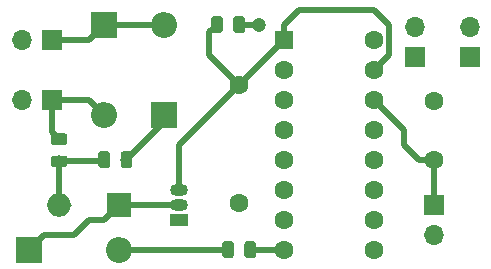
<source format=gbr>
G04 #@! TF.GenerationSoftware,KiCad,Pcbnew,6.0.0-rc1-unknown-7c960aa~66~ubuntu18.04.1*
G04 #@! TF.CreationDate,2018-10-18T20:47:30-04:00*
G04 #@! TF.ProjectId,Tach Circuit,5461636820436972637569742E6B6963,rev?*
G04 #@! TF.SameCoordinates,Original*
G04 #@! TF.FileFunction,Copper,L1,Top,Signal*
G04 #@! TF.FilePolarity,Positive*
%FSLAX46Y46*%
G04 Gerber Fmt 4.6, Leading zero omitted, Abs format (unit mm)*
G04 Created by KiCad (PCBNEW 6.0.0-rc1-unknown-7c960aa~66~ubuntu18.04.1) date Thu 18 Oct 2018 08:47:30 PM EDT*
%MOMM*%
%LPD*%
G01*
G04 APERTURE LIST*
G04 #@! TA.AperFunction,ComponentPad*
%ADD10O,2.200000X2.200000*%
G04 #@! TD*
G04 #@! TA.AperFunction,ComponentPad*
%ADD11R,2.200000X2.200000*%
G04 #@! TD*
G04 #@! TA.AperFunction,ComponentPad*
%ADD12O,2.000000X2.000000*%
G04 #@! TD*
G04 #@! TA.AperFunction,ComponentPad*
%ADD13R,2.000000X2.000000*%
G04 #@! TD*
G04 #@! TA.AperFunction,ComponentPad*
%ADD14O,1.700000X1.700000*%
G04 #@! TD*
G04 #@! TA.AperFunction,ComponentPad*
%ADD15R,1.700000X1.700000*%
G04 #@! TD*
G04 #@! TA.AperFunction,Conductor*
%ADD16C,0.100000*%
G04 #@! TD*
G04 #@! TA.AperFunction,SMDPad,CuDef*
%ADD17C,0.975000*%
G04 #@! TD*
G04 #@! TA.AperFunction,ComponentPad*
%ADD18R,1.500000X1.050000*%
G04 #@! TD*
G04 #@! TA.AperFunction,ComponentPad*
%ADD19O,1.500000X1.050000*%
G04 #@! TD*
G04 #@! TA.AperFunction,ComponentPad*
%ADD20C,1.600000*%
G04 #@! TD*
G04 #@! TA.AperFunction,ComponentPad*
%ADD21R,1.600000X1.600000*%
G04 #@! TD*
G04 #@! TA.AperFunction,ViaPad*
%ADD22C,1.200000*%
G04 #@! TD*
G04 #@! TA.AperFunction,Conductor*
%ADD23C,0.500000*%
G04 #@! TD*
G04 #@! TA.AperFunction,Conductor*
%ADD24C,0.250000*%
G04 #@! TD*
G04 APERTURE END LIST*
D10*
G04 #@! TO.P,D3,2*
G04 #@! TO.N,Net-(D3-Pad2)*
X134620000Y85090000D03*
D11*
G04 #@! TO.P,D3,1*
G04 #@! TO.N,Net-(D2-Pad1)*
X127000000Y85090000D03*
G04 #@! TD*
D12*
G04 #@! TO.P,D2,2*
G04 #@! TO.N,Net-(D2-Pad2)*
X129540000Y88900000D03*
D13*
G04 #@! TO.P,D2,1*
G04 #@! TO.N,Net-(D2-Pad1)*
X134620000Y88900000D03*
G04 #@! TD*
D10*
G04 #@! TO.P,D1,2*
G04 #@! TO.N,Net-(D0-Pad1)*
X138430000Y104140000D03*
D11*
G04 #@! TO.P,D1,1*
G04 #@! TO.N,Net-(D1-Pad1)*
X138430000Y96520000D03*
G04 #@! TD*
D10*
G04 #@! TO.P,D0,2*
G04 #@! TO.N,Net-(D0-Pad2)*
X133350000Y96520000D03*
D11*
G04 #@! TO.P,D0,1*
G04 #@! TO.N,Net-(D0-Pad1)*
X133350000Y104140000D03*
G04 #@! TD*
D14*
G04 #@! TO.P,VCC1,2*
G04 #@! TO.N,N/C*
X159636385Y103973263D03*
D15*
G04 #@! TO.P,VCC1,1*
G04 #@! TO.N,+5V*
X159636385Y101433263D03*
G04 #@! TD*
D14*
G04 #@! TO.P,GND1,2*
G04 #@! TO.N,N/C*
X164286385Y103973263D03*
D15*
G04 #@! TO.P,GND1,1*
G04 #@! TO.N,GND*
X164286385Y101433263D03*
G04 #@! TD*
D16*
G04 #@! TO.N,Net-(C1-Pad1)*
G04 #@! TO.C,R2*
G36*
X143172642Y104838826D02*
X143196303Y104835316D01*
X143219507Y104829504D01*
X143242029Y104821446D01*
X143263653Y104811218D01*
X143284170Y104798921D01*
X143303383Y104784671D01*
X143321107Y104768607D01*
X143337171Y104750883D01*
X143351421Y104731670D01*
X143363718Y104711153D01*
X143373946Y104689529D01*
X143382004Y104667007D01*
X143387816Y104643803D01*
X143391326Y104620142D01*
X143392500Y104596250D01*
X143392500Y103683750D01*
X143391326Y103659858D01*
X143387816Y103636197D01*
X143382004Y103612993D01*
X143373946Y103590471D01*
X143363718Y103568847D01*
X143351421Y103548330D01*
X143337171Y103529117D01*
X143321107Y103511393D01*
X143303383Y103495329D01*
X143284170Y103481079D01*
X143263653Y103468782D01*
X143242029Y103458554D01*
X143219507Y103450496D01*
X143196303Y103444684D01*
X143172642Y103441174D01*
X143148750Y103440000D01*
X142661250Y103440000D01*
X142637358Y103441174D01*
X142613697Y103444684D01*
X142590493Y103450496D01*
X142567971Y103458554D01*
X142546347Y103468782D01*
X142525830Y103481079D01*
X142506617Y103495329D01*
X142488893Y103511393D01*
X142472829Y103529117D01*
X142458579Y103548330D01*
X142446282Y103568847D01*
X142436054Y103590471D01*
X142427996Y103612993D01*
X142422184Y103636197D01*
X142418674Y103659858D01*
X142417500Y103683750D01*
X142417500Y104596250D01*
X142418674Y104620142D01*
X142422184Y104643803D01*
X142427996Y104667007D01*
X142436054Y104689529D01*
X142446282Y104711153D01*
X142458579Y104731670D01*
X142472829Y104750883D01*
X142488893Y104768607D01*
X142506617Y104784671D01*
X142525830Y104798921D01*
X142546347Y104811218D01*
X142567971Y104821446D01*
X142590493Y104829504D01*
X142613697Y104835316D01*
X142637358Y104838826D01*
X142661250Y104840000D01*
X143148750Y104840000D01*
X143172642Y104838826D01*
X143172642Y104838826D01*
G37*
D17*
G04 #@! TD*
G04 #@! TO.P,R2,2*
G04 #@! TO.N,Net-(C1-Pad1)*
X142905000Y104140000D03*
D16*
G04 #@! TO.N,+5V*
G04 #@! TO.C,R2*
G36*
X145047642Y104838826D02*
X145071303Y104835316D01*
X145094507Y104829504D01*
X145117029Y104821446D01*
X145138653Y104811218D01*
X145159170Y104798921D01*
X145178383Y104784671D01*
X145196107Y104768607D01*
X145212171Y104750883D01*
X145226421Y104731670D01*
X145238718Y104711153D01*
X145248946Y104689529D01*
X145257004Y104667007D01*
X145262816Y104643803D01*
X145266326Y104620142D01*
X145267500Y104596250D01*
X145267500Y103683750D01*
X145266326Y103659858D01*
X145262816Y103636197D01*
X145257004Y103612993D01*
X145248946Y103590471D01*
X145238718Y103568847D01*
X145226421Y103548330D01*
X145212171Y103529117D01*
X145196107Y103511393D01*
X145178383Y103495329D01*
X145159170Y103481079D01*
X145138653Y103468782D01*
X145117029Y103458554D01*
X145094507Y103450496D01*
X145071303Y103444684D01*
X145047642Y103441174D01*
X145023750Y103440000D01*
X144536250Y103440000D01*
X144512358Y103441174D01*
X144488697Y103444684D01*
X144465493Y103450496D01*
X144442971Y103458554D01*
X144421347Y103468782D01*
X144400830Y103481079D01*
X144381617Y103495329D01*
X144363893Y103511393D01*
X144347829Y103529117D01*
X144333579Y103548330D01*
X144321282Y103568847D01*
X144311054Y103590471D01*
X144302996Y103612993D01*
X144297184Y103636197D01*
X144293674Y103659858D01*
X144292500Y103683750D01*
X144292500Y104596250D01*
X144293674Y104620142D01*
X144297184Y104643803D01*
X144302996Y104667007D01*
X144311054Y104689529D01*
X144321282Y104711153D01*
X144333579Y104731670D01*
X144347829Y104750883D01*
X144363893Y104768607D01*
X144381617Y104784671D01*
X144400830Y104798921D01*
X144421347Y104811218D01*
X144442971Y104821446D01*
X144465493Y104829504D01*
X144488697Y104835316D01*
X144512358Y104838826D01*
X144536250Y104840000D01*
X145023750Y104840000D01*
X145047642Y104838826D01*
X145047642Y104838826D01*
G37*
D17*
G04 #@! TD*
G04 #@! TO.P,R2,1*
G04 #@! TO.N,+5V*
X144780000Y104140000D03*
D16*
G04 #@! TO.N,Net-(D1-Pad1)*
G04 #@! TO.C,R1*
G36*
X135492642Y93408826D02*
X135516303Y93405316D01*
X135539507Y93399504D01*
X135562029Y93391446D01*
X135583653Y93381218D01*
X135604170Y93368921D01*
X135623383Y93354671D01*
X135641107Y93338607D01*
X135657171Y93320883D01*
X135671421Y93301670D01*
X135683718Y93281153D01*
X135693946Y93259529D01*
X135702004Y93237007D01*
X135707816Y93213803D01*
X135711326Y93190142D01*
X135712500Y93166250D01*
X135712500Y92253750D01*
X135711326Y92229858D01*
X135707816Y92206197D01*
X135702004Y92182993D01*
X135693946Y92160471D01*
X135683718Y92138847D01*
X135671421Y92118330D01*
X135657171Y92099117D01*
X135641107Y92081393D01*
X135623383Y92065329D01*
X135604170Y92051079D01*
X135583653Y92038782D01*
X135562029Y92028554D01*
X135539507Y92020496D01*
X135516303Y92014684D01*
X135492642Y92011174D01*
X135468750Y92010000D01*
X134981250Y92010000D01*
X134957358Y92011174D01*
X134933697Y92014684D01*
X134910493Y92020496D01*
X134887971Y92028554D01*
X134866347Y92038782D01*
X134845830Y92051079D01*
X134826617Y92065329D01*
X134808893Y92081393D01*
X134792829Y92099117D01*
X134778579Y92118330D01*
X134766282Y92138847D01*
X134756054Y92160471D01*
X134747996Y92182993D01*
X134742184Y92206197D01*
X134738674Y92229858D01*
X134737500Y92253750D01*
X134737500Y93166250D01*
X134738674Y93190142D01*
X134742184Y93213803D01*
X134747996Y93237007D01*
X134756054Y93259529D01*
X134766282Y93281153D01*
X134778579Y93301670D01*
X134792829Y93320883D01*
X134808893Y93338607D01*
X134826617Y93354671D01*
X134845830Y93368921D01*
X134866347Y93381218D01*
X134887971Y93391446D01*
X134910493Y93399504D01*
X134933697Y93405316D01*
X134957358Y93408826D01*
X134981250Y93410000D01*
X135468750Y93410000D01*
X135492642Y93408826D01*
X135492642Y93408826D01*
G37*
D17*
G04 #@! TD*
G04 #@! TO.P,R1,2*
G04 #@! TO.N,Net-(D1-Pad1)*
X135225000Y92710000D03*
D16*
G04 #@! TO.N,Net-(D2-Pad2)*
G04 #@! TO.C,R1*
G36*
X133617642Y93408826D02*
X133641303Y93405316D01*
X133664507Y93399504D01*
X133687029Y93391446D01*
X133708653Y93381218D01*
X133729170Y93368921D01*
X133748383Y93354671D01*
X133766107Y93338607D01*
X133782171Y93320883D01*
X133796421Y93301670D01*
X133808718Y93281153D01*
X133818946Y93259529D01*
X133827004Y93237007D01*
X133832816Y93213803D01*
X133836326Y93190142D01*
X133837500Y93166250D01*
X133837500Y92253750D01*
X133836326Y92229858D01*
X133832816Y92206197D01*
X133827004Y92182993D01*
X133818946Y92160471D01*
X133808718Y92138847D01*
X133796421Y92118330D01*
X133782171Y92099117D01*
X133766107Y92081393D01*
X133748383Y92065329D01*
X133729170Y92051079D01*
X133708653Y92038782D01*
X133687029Y92028554D01*
X133664507Y92020496D01*
X133641303Y92014684D01*
X133617642Y92011174D01*
X133593750Y92010000D01*
X133106250Y92010000D01*
X133082358Y92011174D01*
X133058697Y92014684D01*
X133035493Y92020496D01*
X133012971Y92028554D01*
X132991347Y92038782D01*
X132970830Y92051079D01*
X132951617Y92065329D01*
X132933893Y92081393D01*
X132917829Y92099117D01*
X132903579Y92118330D01*
X132891282Y92138847D01*
X132881054Y92160471D01*
X132872996Y92182993D01*
X132867184Y92206197D01*
X132863674Y92229858D01*
X132862500Y92253750D01*
X132862500Y93166250D01*
X132863674Y93190142D01*
X132867184Y93213803D01*
X132872996Y93237007D01*
X132881054Y93259529D01*
X132891282Y93281153D01*
X132903579Y93301670D01*
X132917829Y93320883D01*
X132933893Y93338607D01*
X132951617Y93354671D01*
X132970830Y93368921D01*
X132991347Y93381218D01*
X133012971Y93391446D01*
X133035493Y93399504D01*
X133058697Y93405316D01*
X133082358Y93408826D01*
X133106250Y93410000D01*
X133593750Y93410000D01*
X133617642Y93408826D01*
X133617642Y93408826D01*
G37*
D17*
G04 #@! TD*
G04 #@! TO.P,R1,1*
G04 #@! TO.N,Net-(D2-Pad2)*
X133350000Y92710000D03*
D16*
G04 #@! TO.N,Net-(D2-Pad2)*
G04 #@! TO.C,R0*
G36*
X130020142Y93048826D02*
X130043803Y93045316D01*
X130067007Y93039504D01*
X130089529Y93031446D01*
X130111153Y93021218D01*
X130131670Y93008921D01*
X130150883Y92994671D01*
X130168607Y92978607D01*
X130184671Y92960883D01*
X130198921Y92941670D01*
X130211218Y92921153D01*
X130221446Y92899529D01*
X130229504Y92877007D01*
X130235316Y92853803D01*
X130238826Y92830142D01*
X130240000Y92806250D01*
X130240000Y92318750D01*
X130238826Y92294858D01*
X130235316Y92271197D01*
X130229504Y92247993D01*
X130221446Y92225471D01*
X130211218Y92203847D01*
X130198921Y92183330D01*
X130184671Y92164117D01*
X130168607Y92146393D01*
X130150883Y92130329D01*
X130131670Y92116079D01*
X130111153Y92103782D01*
X130089529Y92093554D01*
X130067007Y92085496D01*
X130043803Y92079684D01*
X130020142Y92076174D01*
X129996250Y92075000D01*
X129083750Y92075000D01*
X129059858Y92076174D01*
X129036197Y92079684D01*
X129012993Y92085496D01*
X128990471Y92093554D01*
X128968847Y92103782D01*
X128948330Y92116079D01*
X128929117Y92130329D01*
X128911393Y92146393D01*
X128895329Y92164117D01*
X128881079Y92183330D01*
X128868782Y92203847D01*
X128858554Y92225471D01*
X128850496Y92247993D01*
X128844684Y92271197D01*
X128841174Y92294858D01*
X128840000Y92318750D01*
X128840000Y92806250D01*
X128841174Y92830142D01*
X128844684Y92853803D01*
X128850496Y92877007D01*
X128858554Y92899529D01*
X128868782Y92921153D01*
X128881079Y92941670D01*
X128895329Y92960883D01*
X128911393Y92978607D01*
X128929117Y92994671D01*
X128948330Y93008921D01*
X128968847Y93021218D01*
X128990471Y93031446D01*
X129012993Y93039504D01*
X129036197Y93045316D01*
X129059858Y93048826D01*
X129083750Y93050000D01*
X129996250Y93050000D01*
X130020142Y93048826D01*
X130020142Y93048826D01*
G37*
D17*
G04 #@! TD*
G04 #@! TO.P,R0,2*
G04 #@! TO.N,Net-(D2-Pad2)*
X129540000Y92562500D03*
D16*
G04 #@! TO.N,Net-(D0-Pad2)*
G04 #@! TO.C,R0*
G36*
X130020142Y94923826D02*
X130043803Y94920316D01*
X130067007Y94914504D01*
X130089529Y94906446D01*
X130111153Y94896218D01*
X130131670Y94883921D01*
X130150883Y94869671D01*
X130168607Y94853607D01*
X130184671Y94835883D01*
X130198921Y94816670D01*
X130211218Y94796153D01*
X130221446Y94774529D01*
X130229504Y94752007D01*
X130235316Y94728803D01*
X130238826Y94705142D01*
X130240000Y94681250D01*
X130240000Y94193750D01*
X130238826Y94169858D01*
X130235316Y94146197D01*
X130229504Y94122993D01*
X130221446Y94100471D01*
X130211218Y94078847D01*
X130198921Y94058330D01*
X130184671Y94039117D01*
X130168607Y94021393D01*
X130150883Y94005329D01*
X130131670Y93991079D01*
X130111153Y93978782D01*
X130089529Y93968554D01*
X130067007Y93960496D01*
X130043803Y93954684D01*
X130020142Y93951174D01*
X129996250Y93950000D01*
X129083750Y93950000D01*
X129059858Y93951174D01*
X129036197Y93954684D01*
X129012993Y93960496D01*
X128990471Y93968554D01*
X128968847Y93978782D01*
X128948330Y93991079D01*
X128929117Y94005329D01*
X128911393Y94021393D01*
X128895329Y94039117D01*
X128881079Y94058330D01*
X128868782Y94078847D01*
X128858554Y94100471D01*
X128850496Y94122993D01*
X128844684Y94146197D01*
X128841174Y94169858D01*
X128840000Y94193750D01*
X128840000Y94681250D01*
X128841174Y94705142D01*
X128844684Y94728803D01*
X128850496Y94752007D01*
X128858554Y94774529D01*
X128868782Y94796153D01*
X128881079Y94816670D01*
X128895329Y94835883D01*
X128911393Y94853607D01*
X128929117Y94869671D01*
X128948330Y94883921D01*
X128968847Y94896218D01*
X128990471Y94906446D01*
X129012993Y94914504D01*
X129036197Y94920316D01*
X129059858Y94923826D01*
X129083750Y94925000D01*
X129996250Y94925000D01*
X130020142Y94923826D01*
X130020142Y94923826D01*
G37*
D17*
G04 #@! TD*
G04 #@! TO.P,R0,1*
G04 #@! TO.N,Net-(D0-Pad2)*
X129540000Y94437500D03*
D18*
G04 #@! TO.P,Q1,1*
G04 #@! TO.N,GND*
X139700000Y87630000D03*
D19*
G04 #@! TO.P,Q1,3*
G04 #@! TO.N,Net-(C1-Pad1)*
X139700000Y90170000D03*
G04 #@! TO.P,Q1,2*
G04 #@! TO.N,Net-(D2-Pad1)*
X139700000Y88900000D03*
G04 #@! TD*
D14*
G04 #@! TO.P,Out1,2*
G04 #@! TO.N,N/C*
X161290000Y86360000D03*
D15*
G04 #@! TO.P,Out1,1*
G04 #@! TO.N,Net-(C2-Pad1)*
X161290000Y88900000D03*
G04 #@! TD*
D14*
G04 #@! TO.P,In2,2*
G04 #@! TO.N,N/C*
X126375061Y97790000D03*
D15*
G04 #@! TO.P,In2,1*
G04 #@! TO.N,Net-(D0-Pad2)*
X128915061Y97790000D03*
G04 #@! TD*
D14*
G04 #@! TO.P,In1,2*
G04 #@! TO.N,N/C*
X126375061Y102870000D03*
D15*
G04 #@! TO.P,In1,1*
G04 #@! TO.N,Net-(D0-Pad1)*
X128915061Y102870000D03*
G04 #@! TD*
D16*
G04 #@! TO.N,GND*
G04 #@! TO.C,DNP1*
G36*
X145985142Y85788826D02*
X146008803Y85785316D01*
X146032007Y85779504D01*
X146054529Y85771446D01*
X146076153Y85761218D01*
X146096670Y85748921D01*
X146115883Y85734671D01*
X146133607Y85718607D01*
X146149671Y85700883D01*
X146163921Y85681670D01*
X146176218Y85661153D01*
X146186446Y85639529D01*
X146194504Y85617007D01*
X146200316Y85593803D01*
X146203826Y85570142D01*
X146205000Y85546250D01*
X146205000Y84633750D01*
X146203826Y84609858D01*
X146200316Y84586197D01*
X146194504Y84562993D01*
X146186446Y84540471D01*
X146176218Y84518847D01*
X146163921Y84498330D01*
X146149671Y84479117D01*
X146133607Y84461393D01*
X146115883Y84445329D01*
X146096670Y84431079D01*
X146076153Y84418782D01*
X146054529Y84408554D01*
X146032007Y84400496D01*
X146008803Y84394684D01*
X145985142Y84391174D01*
X145961250Y84390000D01*
X145473750Y84390000D01*
X145449858Y84391174D01*
X145426197Y84394684D01*
X145402993Y84400496D01*
X145380471Y84408554D01*
X145358847Y84418782D01*
X145338330Y84431079D01*
X145319117Y84445329D01*
X145301393Y84461393D01*
X145285329Y84479117D01*
X145271079Y84498330D01*
X145258782Y84518847D01*
X145248554Y84540471D01*
X145240496Y84562993D01*
X145234684Y84586197D01*
X145231174Y84609858D01*
X145230000Y84633750D01*
X145230000Y85546250D01*
X145231174Y85570142D01*
X145234684Y85593803D01*
X145240496Y85617007D01*
X145248554Y85639529D01*
X145258782Y85661153D01*
X145271079Y85681670D01*
X145285329Y85700883D01*
X145301393Y85718607D01*
X145319117Y85734671D01*
X145338330Y85748921D01*
X145358847Y85761218D01*
X145380471Y85771446D01*
X145402993Y85779504D01*
X145426197Y85785316D01*
X145449858Y85788826D01*
X145473750Y85790000D01*
X145961250Y85790000D01*
X145985142Y85788826D01*
X145985142Y85788826D01*
G37*
D17*
G04 #@! TD*
G04 #@! TO.P,DNP1,2*
G04 #@! TO.N,GND*
X145717500Y85090000D03*
D16*
G04 #@! TO.N,Net-(D3-Pad2)*
G04 #@! TO.C,DNP1*
G36*
X144110142Y85788826D02*
X144133803Y85785316D01*
X144157007Y85779504D01*
X144179529Y85771446D01*
X144201153Y85761218D01*
X144221670Y85748921D01*
X144240883Y85734671D01*
X144258607Y85718607D01*
X144274671Y85700883D01*
X144288921Y85681670D01*
X144301218Y85661153D01*
X144311446Y85639529D01*
X144319504Y85617007D01*
X144325316Y85593803D01*
X144328826Y85570142D01*
X144330000Y85546250D01*
X144330000Y84633750D01*
X144328826Y84609858D01*
X144325316Y84586197D01*
X144319504Y84562993D01*
X144311446Y84540471D01*
X144301218Y84518847D01*
X144288921Y84498330D01*
X144274671Y84479117D01*
X144258607Y84461393D01*
X144240883Y84445329D01*
X144221670Y84431079D01*
X144201153Y84418782D01*
X144179529Y84408554D01*
X144157007Y84400496D01*
X144133803Y84394684D01*
X144110142Y84391174D01*
X144086250Y84390000D01*
X143598750Y84390000D01*
X143574858Y84391174D01*
X143551197Y84394684D01*
X143527993Y84400496D01*
X143505471Y84408554D01*
X143483847Y84418782D01*
X143463330Y84431079D01*
X143444117Y84445329D01*
X143426393Y84461393D01*
X143410329Y84479117D01*
X143396079Y84498330D01*
X143383782Y84518847D01*
X143373554Y84540471D01*
X143365496Y84562993D01*
X143359684Y84586197D01*
X143356174Y84609858D01*
X143355000Y84633750D01*
X143355000Y85546250D01*
X143356174Y85570142D01*
X143359684Y85593803D01*
X143365496Y85617007D01*
X143373554Y85639529D01*
X143383782Y85661153D01*
X143396079Y85681670D01*
X143410329Y85700883D01*
X143426393Y85718607D01*
X143444117Y85734671D01*
X143463330Y85748921D01*
X143483847Y85761218D01*
X143505471Y85771446D01*
X143527993Y85779504D01*
X143551197Y85785316D01*
X143574858Y85788826D01*
X143598750Y85790000D01*
X144086250Y85790000D01*
X144110142Y85788826D01*
X144110142Y85788826D01*
G37*
D17*
G04 #@! TD*
G04 #@! TO.P,DNP1,1*
G04 #@! TO.N,Net-(D3-Pad2)*
X143842500Y85090000D03*
D20*
G04 #@! TO.P,DIP1,9*
G04 #@! TO.N,Net-(DIP1-Pad9)*
X156210000Y85090000D03*
G04 #@! TO.P,DIP1,8*
G04 #@! TO.N,GND*
X148590000Y85090000D03*
G04 #@! TO.P,DIP1,16*
G04 #@! TO.N,+5V*
X156210000Y102870000D03*
G04 #@! TO.P,DIP1,15*
G04 #@! TO.N,Net-(C1-Pad1)*
X156210000Y100330000D03*
G04 #@! TO.P,DIP1,14*
G04 #@! TO.N,Net-(C2-Pad1)*
X156210000Y97790000D03*
G04 #@! TO.P,DIP1,13*
G04 #@! TO.N,Net-(DIP1-Pad13)*
X156210000Y95250000D03*
G04 #@! TO.P,DIP1,12*
G04 #@! TO.N,Net-(DIP1-Pad12)*
X156210000Y92710000D03*
G04 #@! TO.P,DIP1,11*
G04 #@! TO.N,Net-(DIP1-Pad11)*
X156210000Y90170000D03*
G04 #@! TO.P,DIP1,10*
G04 #@! TO.N,Net-(DIP1-Pad10)*
X156210000Y87630000D03*
G04 #@! TO.P,DIP1,7*
G04 #@! TO.N,Net-(DIP1-Pad7)*
X148590000Y87630000D03*
G04 #@! TO.P,DIP1,6*
G04 #@! TO.N,Net-(DIP1-Pad6)*
X148590000Y90170000D03*
G04 #@! TO.P,DIP1,5*
G04 #@! TO.N,Net-(DIP1-Pad5)*
X148590000Y92710000D03*
G04 #@! TO.P,DIP1,4*
G04 #@! TO.N,Net-(DIP1-Pad4)*
X148590000Y95250000D03*
G04 #@! TO.P,DIP1,3*
G04 #@! TO.N,Net-(DIP1-Pad3)*
X148590000Y97790000D03*
G04 #@! TO.P,DIP1,2*
G04 #@! TO.N,Net-(DIP1-Pad2)*
X148590000Y100330000D03*
D21*
G04 #@! TO.P,DIP1,1*
G04 #@! TO.N,Net-(C1-Pad1)*
X148590000Y102870000D03*
G04 #@! TD*
D20*
G04 #@! TO.P,C2,2*
G04 #@! TO.N,GND*
X161290000Y97710000D03*
G04 #@! TO.P,C2,1*
G04 #@! TO.N,Net-(C2-Pad1)*
X161290000Y92710000D03*
G04 #@! TD*
G04 #@! TO.P,C1,2*
G04 #@! TO.N,GND*
X144780000Y89060000D03*
G04 #@! TO.P,C1,1*
G04 #@! TO.N,Net-(C1-Pad1)*
X144780000Y99060000D03*
G04 #@! TD*
D22*
G04 #@! TO.N,+5V*
X146500000Y104140000D03*
G04 #@! TD*
D23*
G04 #@! TO.N,GND*
X145717500Y85090000D02*
X148590000Y85090000D01*
G04 #@! TO.N,Net-(C1-Pad1)*
X139700000Y93980000D02*
X144780000Y99060000D01*
X139700000Y90170000D02*
X139700000Y93980000D01*
X144780000Y99060000D02*
X148590000Y102870000D01*
X148590000Y102870000D02*
X148590000Y104140000D01*
X148590000Y104140000D02*
X149860000Y105410000D01*
X156210000Y105410000D02*
X157480000Y104140000D01*
X157480000Y101600000D02*
X156210000Y100330000D01*
X149860000Y105410000D02*
X156210000Y105410000D01*
X157480000Y104140000D02*
X157480000Y101600000D01*
X144780000Y99060000D02*
X142240000Y101600000D01*
X142240000Y103475000D02*
X142905000Y104140000D01*
X142240000Y101600000D02*
X142240000Y103475000D01*
G04 #@! TO.N,Net-(C2-Pad1)*
X156210000Y97790000D02*
X158750000Y95250000D01*
X158750000Y95250000D02*
X158750000Y93980000D01*
X158750000Y93980000D02*
X160020000Y92710000D01*
X160020000Y92710000D02*
X161290000Y92710000D01*
X161290000Y92710000D02*
X161290000Y88900000D01*
G04 #@! TO.N,Net-(D0-Pad2)*
X132080000Y97790000D02*
X133350000Y96520000D01*
X128915061Y97790000D02*
X132080000Y97790000D01*
X128915061Y95062439D02*
X129540000Y94437500D01*
X128915061Y97790000D02*
X128915061Y95062439D01*
G04 #@! TO.N,Net-(D0-Pad1)*
X132080000Y102870000D02*
X133350000Y104140000D01*
X128915061Y102870000D02*
X132080000Y102870000D01*
X133350000Y104140000D02*
X138430000Y104140000D01*
D24*
G04 #@! TO.N,Net-(D1-Pad1)*
X138430000Y95915000D02*
X138430000Y96520000D01*
D23*
X135225000Y92710000D02*
X138430000Y95915000D01*
D24*
G04 #@! TO.N,Net-(D2-Pad2)*
X130477500Y88900000D02*
X129540000Y88900000D01*
D23*
X129540000Y92562500D02*
X129540000Y88900000D01*
D24*
X133202500Y92562500D02*
X133350000Y92710000D01*
D23*
X129540000Y92562500D02*
X133202500Y92562500D01*
G04 #@! TO.N,Net-(D2-Pad1)*
X134620000Y88900000D02*
X139700000Y88900000D01*
X127000000Y85090000D02*
X128270000Y86360000D01*
X133350000Y87630000D02*
X134620000Y88900000D01*
X133350000Y87630000D02*
X132080000Y87630000D01*
X132080000Y87630000D02*
X130810000Y86360000D01*
X130810000Y86360000D02*
X128270000Y86360000D01*
G04 #@! TO.N,Net-(D3-Pad2)*
X134620000Y85090000D02*
X143842500Y85090000D01*
G04 #@! TO.N,+5V*
X146500000Y104140000D02*
X144780000Y104140000D01*
G04 #@! TD*
M02*

</source>
